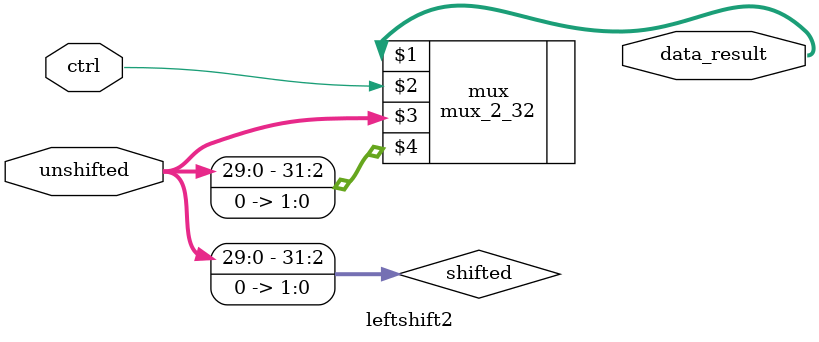
<source format=v>
module leftshift2(data_result, unshifted, ctrl);
    input [31:0] unshifted;
    input ctrl;

    output [31:0] data_result;

    wire [31:0] shifted;

    assign shifted[0] = 0;
    assign shifted[1] = 0;
    assign shifted[2] = unshifted[0];
    assign shifted[3] = unshifted[1];
    assign shifted[4] = unshifted[2];
    assign shifted[5] = unshifted[3];
    assign shifted[6] = unshifted[4];
    assign shifted[7] = unshifted[5];
    assign shifted[8] = unshifted[6];
    assign shifted[9] = unshifted[7];
    assign shifted[10] = unshifted[8];
    assign shifted[11] = unshifted[9];
    assign shifted[12] = unshifted[10];
    assign shifted[13] = unshifted[11];
    assign shifted[14] = unshifted[12];
    assign shifted[15] = unshifted[13];
    assign shifted[16] = unshifted[14];
    assign shifted[17] = unshifted[15];
    assign shifted[18] = unshifted[16];
    assign shifted[19] = unshifted[17];
    assign shifted[20] = unshifted[18];
    assign shifted[21] = unshifted[19];
    assign shifted[22] = unshifted[20];
    assign shifted[23] = unshifted[21];
    assign shifted[24] = unshifted[22];
    assign shifted[25] = unshifted[23];
    assign shifted[26] = unshifted[24];
    assign shifted[27] = unshifted[25];
    assign shifted[28] = unshifted[26];
    assign shifted[29] = unshifted[27];
    assign shifted[30] = unshifted[28];
    assign shifted[31] = unshifted[29];

    mux_2_32 mux(data_result, ctrl, unshifted, shifted);

endmodule
</source>
